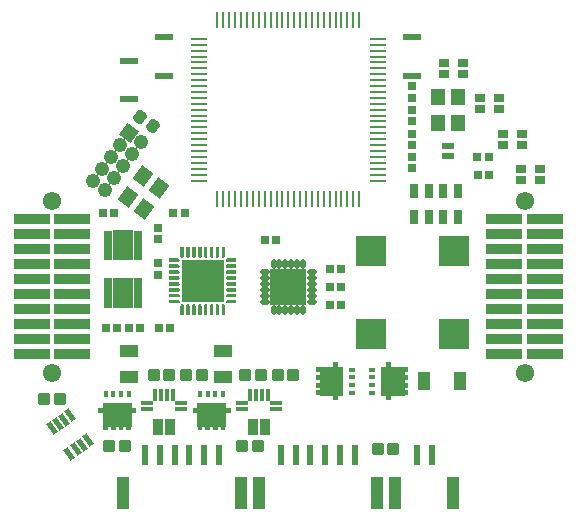
<source format=gts>
G04*
G04 #@! TF.GenerationSoftware,Altium Limited,Altium Designer,24.4.1 (13)*
G04*
G04 Layer_Color=8388736*
%FSLAX44Y44*%
%MOMM*%
G71*
G04*
G04 #@! TF.SameCoordinates,36E66750-E4A1-4D4F-82B0-1BBA9B0B1F2C*
G04*
G04*
G04 #@! TF.FilePolarity,Negative*
G04*
G01*
G75*
%ADD18C,0.2736*%
%ADD24R,0.6725X0.7154*%
%ADD25R,0.6000X1.7000*%
%ADD26R,1.0000X2.7000*%
%ADD28R,0.7154X0.6725*%
%ADD29R,1.5000X0.5500*%
%ADD30R,0.3500X0.5000*%
%ADD31R,1.0000X1.6000*%
%ADD34R,0.5000X0.3500*%
%ADD36R,1.2000X1.4000*%
%ADD38R,1.1400X0.5750*%
G04:AMPARAMS|DCode=39|XSize=0.2125mm|YSize=1.3552mm|CornerRadius=0.1062mm|HoleSize=0mm|Usage=FLASHONLY|Rotation=180.000|XOffset=0mm|YOffset=0mm|HoleType=Round|Shape=RoundedRectangle|*
%AMROUNDEDRECTD39*
21,1,0.2125,1.1428,0,0,180.0*
21,1,0.0000,1.3552,0,0,180.0*
1,1,0.2125,0.0000,0.5714*
1,1,0.2125,0.0000,0.5714*
1,1,0.2125,0.0000,-0.5714*
1,1,0.2125,0.0000,-0.5714*
%
%ADD39ROUNDEDRECTD39*%
G04:AMPARAMS|DCode=40|XSize=1.3552mm|YSize=0.2125mm|CornerRadius=0.1062mm|HoleSize=0mm|Usage=FLASHONLY|Rotation=180.000|XOffset=0mm|YOffset=0mm|HoleType=Round|Shape=RoundedRectangle|*
%AMROUNDEDRECTD40*
21,1,1.3552,0.0000,0,0,180.0*
21,1,1.1428,0.2125,0,0,180.0*
1,1,0.2125,-0.5714,0.0000*
1,1,0.2125,0.5714,0.0000*
1,1,0.2125,0.5714,0.0000*
1,1,0.2125,-0.5714,0.0000*
%
%ADD40ROUNDEDRECTD40*%
%ADD41R,1.3552X0.2125*%
G04:AMPARAMS|DCode=43|XSize=1.1mm|YSize=0.45mm|CornerRadius=0mm|HoleSize=0mm|Usage=FLASHONLY|Rotation=125.000|XOffset=0mm|YOffset=0mm|HoleType=Round|Shape=Rectangle|*
%AMROTATEDRECTD43*
4,1,4,0.4998,-0.3215,0.1312,-0.5796,-0.4998,0.3215,-0.1312,0.5796,0.4998,-0.3215,0.0*
%
%ADD43ROTATEDRECTD43*%

%ADD46R,1.5000X1.0000*%
G04:AMPARAMS|DCode=47|XSize=1.4mm|YSize=1.2mm|CornerRadius=0mm|HoleSize=0mm|Usage=FLASHONLY|Rotation=233.000|XOffset=0mm|YOffset=0mm|HoleType=Round|Shape=Rectangle|*
%AMROTATEDRECTD47*
4,1,4,-0.0579,0.9201,0.9005,0.1979,0.0579,-0.9201,-0.9005,-0.1979,-0.0579,0.9201,0.0*
%
%ADD47ROTATEDRECTD47*%

%ADD51R,3.6000X3.6000*%
%ADD52R,0.7000X0.5000*%
%ADD53R,1.7700X2.5500*%
%ADD54R,3.0900X3.0900*%
%ADD55O,0.8000X0.5000*%
%ADD56O,0.5000X0.8000*%
%ADD57R,3.0700X0.8900*%
%ADD58R,0.7500X1.2500*%
%ADD59R,0.8000X0.8000*%
G04:AMPARAMS|DCode=60|XSize=1.1mm|YSize=0.95mm|CornerRadius=0.175mm|HoleSize=0mm|Usage=FLASHONLY|Rotation=90.000|XOffset=0mm|YOffset=0mm|HoleType=Round|Shape=RoundedRectangle|*
%AMROUNDEDRECTD60*
21,1,1.1000,0.6000,0,0,90.0*
21,1,0.7500,0.9500,0,0,90.0*
1,1,0.3500,0.3000,0.3750*
1,1,0.3500,0.3000,-0.3750*
1,1,0.3500,-0.3000,-0.3750*
1,1,0.3500,-0.3000,0.3750*
%
%ADD60ROUNDEDRECTD60*%
G04:AMPARAMS|DCode=61|XSize=1.1mm|YSize=0.95mm|CornerRadius=0.175mm|HoleSize=0mm|Usage=FLASHONLY|Rotation=233.000|XOffset=0mm|YOffset=0mm|HoleType=Round|Shape=RoundedRectangle|*
%AMROUNDEDRECTD61*
21,1,1.1000,0.6000,0,0,233.0*
21,1,0.7500,0.9500,0,0,233.0*
1,1,0.3500,-0.4653,-0.1189*
1,1,0.3500,-0.0139,0.4800*
1,1,0.3500,0.4653,0.1189*
1,1,0.3500,0.0139,-0.4800*
%
%ADD61ROUNDEDRECTD61*%
%ADD62R,2.6500X2.6500*%
%ADD63R,1.0000X0.4500*%
%ADD64R,0.4500X1.0000*%
%ADD65R,0.9500X0.6500*%
%ADD66R,0.9500X1.4500*%
%ADD67R,0.9500X1.4500*%
%ADD68C,1.5500*%
%ADD69C,1.2100*%
%ADD70P,1.7112X4X98.0*%
%ADD71C,0.5000*%
%ADD72C,0.6500*%
G36*
X-53480Y26130D02*
Y25828D01*
X-53711Y25269D01*
X-54139Y24841D01*
X-54698Y24610D01*
X-55302D01*
X-55861Y24841D01*
X-56289Y25269D01*
X-56520Y25828D01*
Y26130D01*
X-56520D01*
Y33500D01*
X-53480D01*
Y26130D01*
D02*
G37*
G36*
X-58480D02*
Y25828D01*
X-58711Y25269D01*
X-59139Y24841D01*
X-59698Y24610D01*
X-60302D01*
X-60861Y24841D01*
X-61289Y25269D01*
X-61520Y25828D01*
Y26130D01*
Y33500D01*
X-58480D01*
Y26130D01*
D02*
G37*
G36*
X-63480D02*
Y25828D01*
X-63711Y25269D01*
X-64139Y24841D01*
X-64698Y24610D01*
X-65302D01*
X-65861Y24841D01*
X-66289Y25269D01*
X-66520Y25828D01*
Y26130D01*
Y33500D01*
X-63480D01*
X-63480Y26130D01*
D02*
G37*
G36*
X-68480D02*
Y25828D01*
X-68711Y25269D01*
X-69139Y24841D01*
X-69698Y24610D01*
X-70302D01*
X-70861Y24841D01*
X-71289Y25269D01*
X-71520Y25828D01*
Y26130D01*
X-71520D01*
Y33500D01*
X-68480D01*
Y26130D01*
D02*
G37*
G36*
X-73480D02*
Y25828D01*
X-73711Y25269D01*
X-74139Y24841D01*
X-74698Y24610D01*
X-75302D01*
X-75861Y24841D01*
X-76289Y25269D01*
X-76520Y25828D01*
Y26130D01*
Y33500D01*
X-73480D01*
X-73480Y26130D01*
D02*
G37*
G36*
X-78480D02*
Y25828D01*
X-78711Y25269D01*
X-79139Y24841D01*
X-79698Y24610D01*
X-80302D01*
X-80861Y24841D01*
X-81289Y25269D01*
X-81520Y25828D01*
Y26130D01*
X-81520D01*
Y33500D01*
X-78480D01*
Y26130D01*
D02*
G37*
G36*
X-83480D02*
Y25828D01*
X-83711Y25269D01*
X-84139Y24841D01*
X-84698Y24610D01*
X-85302D01*
X-85861Y24841D01*
X-86289Y25269D01*
X-86520Y25828D01*
Y26130D01*
Y33500D01*
X-83480D01*
Y26130D01*
D02*
G37*
G36*
X-88480D02*
Y25828D01*
X-88711Y25269D01*
X-89139Y24841D01*
X-89698Y24610D01*
X-90302D01*
X-90861Y24841D01*
X-91289Y25269D01*
X-91520Y25828D01*
Y26130D01*
Y33500D01*
X-88480D01*
X-88480Y26130D01*
D02*
G37*
G36*
X-44000Y20980D02*
X-51370Y20980D01*
X-51672D01*
X-52231Y21211D01*
X-52659Y21639D01*
X-52890Y22198D01*
Y22500D01*
Y22802D01*
X-52659Y23361D01*
X-52231Y23789D01*
X-51672Y24020D01*
X-44000D01*
Y20980D01*
D02*
G37*
G36*
X-92769Y23789D02*
X-92341Y23361D01*
X-92110Y22802D01*
Y22500D01*
Y22198D01*
X-92341Y21639D01*
X-92769Y21211D01*
X-93328Y20980D01*
X-93630D01*
Y20980D01*
X-101000D01*
Y24020D01*
X-93328D01*
X-92769Y23789D01*
D02*
G37*
G36*
X-44000Y15980D02*
X-51672D01*
X-52231Y16211D01*
X-52659Y16639D01*
X-52890Y17198D01*
Y17500D01*
Y17802D01*
X-52659Y18361D01*
X-52231Y18789D01*
X-51672Y19020D01*
X-44000D01*
Y15980D01*
D02*
G37*
G36*
X-92769Y18789D02*
X-92341Y18361D01*
X-92110Y17802D01*
Y17500D01*
Y17198D01*
X-92341Y16639D01*
X-92769Y16211D01*
X-93328Y15980D01*
X-101000D01*
Y19020D01*
X-93328D01*
X-92769Y18789D01*
D02*
G37*
G36*
X-51370Y14020D02*
X-44000D01*
Y10980D01*
X-51672D01*
X-52231Y11211D01*
X-52659Y11639D01*
X-52890Y12198D01*
Y12500D01*
Y12802D01*
X-52659Y13361D01*
X-52231Y13789D01*
X-51672Y14020D01*
X-51370D01*
Y14020D01*
D02*
G37*
G36*
X-92769Y13789D02*
X-92341Y13361D01*
X-92110Y12802D01*
Y12500D01*
Y12198D01*
X-92341Y11639D01*
X-92769Y11211D01*
X-93328Y10980D01*
X-101000D01*
Y14020D01*
X-93630Y14020D01*
X-93328D01*
X-92769Y13789D01*
D02*
G37*
G36*
X-44000Y5980D02*
X-51370Y5980D01*
X-51672D01*
X-52231Y6211D01*
X-52659Y6639D01*
X-52890Y7198D01*
Y7500D01*
Y7802D01*
X-52659Y8361D01*
X-52231Y8789D01*
X-51672Y9020D01*
X-44000D01*
Y5980D01*
D02*
G37*
G36*
X-92769Y8789D02*
X-92341Y8361D01*
X-92110Y7802D01*
Y7500D01*
Y7198D01*
X-92341Y6639D01*
X-92769Y6211D01*
X-93328Y5980D01*
X-93630D01*
Y5980D01*
X-101000D01*
Y9020D01*
X-93328D01*
X-92769Y8789D01*
D02*
G37*
G36*
X-51370Y4020D02*
X-44000D01*
Y980D01*
X-51672D01*
X-52231Y1211D01*
X-52659Y1639D01*
X-52890Y2198D01*
Y2500D01*
Y2802D01*
X-52659Y3361D01*
X-52231Y3789D01*
X-51672Y4020D01*
X-51370D01*
Y4020D01*
D02*
G37*
G36*
X-92769Y3789D02*
X-92341Y3361D01*
X-92110Y2802D01*
Y2500D01*
Y2198D01*
X-92341Y1639D01*
X-92769Y1211D01*
X-93328Y980D01*
X-101000D01*
Y4020D01*
X-93630Y4020D01*
X-93328D01*
X-92769Y3789D01*
D02*
G37*
G36*
X-44000Y-4020D02*
X-51370Y-4020D01*
X-51672D01*
X-52231Y-3789D01*
X-52659Y-3361D01*
X-52890Y-2802D01*
Y-2500D01*
Y-2198D01*
X-52659Y-1639D01*
X-52231Y-1211D01*
X-51672Y-980D01*
X-44000D01*
Y-4020D01*
D02*
G37*
G36*
X-92769Y-1211D02*
X-92341Y-1639D01*
X-92110Y-2198D01*
Y-2500D01*
Y-2802D01*
X-92341Y-3361D01*
X-92769Y-3789D01*
X-93328Y-4020D01*
X-93630D01*
Y-4020D01*
X-101000D01*
Y-980D01*
X-93328D01*
X-92769Y-1211D01*
D02*
G37*
G36*
X-44000Y-9020D02*
X-51672D01*
X-52231Y-8789D01*
X-52659Y-8361D01*
X-52890Y-7802D01*
Y-7500D01*
Y-7198D01*
X-52659Y-6639D01*
X-52231Y-6211D01*
X-51672Y-5980D01*
X-44000D01*
Y-9020D01*
D02*
G37*
G36*
X-92769Y-6211D02*
X-92341Y-6639D01*
X-92110Y-7198D01*
Y-7500D01*
Y-7802D01*
X-92341Y-8361D01*
X-92769Y-8789D01*
X-93328Y-9020D01*
X-101000D01*
Y-5980D01*
X-93328D01*
X-92769Y-6211D01*
D02*
G37*
G36*
X-51370Y-10980D02*
X-44000D01*
Y-14020D01*
X-51672D01*
X-52231Y-13789D01*
X-52659Y-13361D01*
X-52890Y-12802D01*
Y-12500D01*
Y-12198D01*
X-52659Y-11639D01*
X-52231Y-11211D01*
X-51672Y-10980D01*
X-51370D01*
Y-10980D01*
D02*
G37*
G36*
X-92769Y-11211D02*
X-92341Y-11639D01*
X-92110Y-12198D01*
Y-12500D01*
Y-12802D01*
X-92341Y-13361D01*
X-92769Y-13789D01*
X-93328Y-14020D01*
X-101000D01*
Y-10980D01*
X-93630Y-10980D01*
X-93328D01*
X-92769Y-11211D01*
D02*
G37*
G36*
X-54139Y-14841D02*
X-53711Y-15269D01*
X-53480Y-15828D01*
Y-16130D01*
Y-23500D01*
X-56520D01*
X-56520Y-16130D01*
Y-15828D01*
X-56289Y-15269D01*
X-55861Y-14841D01*
X-55302Y-14610D01*
X-54698D01*
X-54139Y-14841D01*
D02*
G37*
G36*
X-59139D02*
X-58711Y-15269D01*
X-58480Y-15828D01*
Y-16130D01*
Y-23500D01*
X-61520D01*
Y-16130D01*
Y-15828D01*
X-61289Y-15269D01*
X-60861Y-14841D01*
X-60302Y-14610D01*
X-59698D01*
X-59139Y-14841D01*
D02*
G37*
G36*
X-64139D02*
X-63711Y-15269D01*
X-63480Y-15828D01*
Y-16130D01*
X-63480D01*
Y-23500D01*
X-66520D01*
Y-16130D01*
Y-15828D01*
X-66289Y-15269D01*
X-65861Y-14841D01*
X-65302Y-14610D01*
X-64698D01*
X-64139Y-14841D01*
D02*
G37*
G36*
X-69139D02*
X-68711Y-15269D01*
X-68480Y-15828D01*
Y-16130D01*
Y-23500D01*
X-71520D01*
X-71520Y-16130D01*
Y-15828D01*
X-71289Y-15269D01*
X-70861Y-14841D01*
X-70302Y-14610D01*
X-69698D01*
X-69139Y-14841D01*
D02*
G37*
G36*
X-74139D02*
X-73711Y-15269D01*
X-73480Y-15828D01*
Y-16130D01*
X-73480D01*
Y-23500D01*
X-76520D01*
Y-16130D01*
Y-15828D01*
X-76289Y-15269D01*
X-75861Y-14841D01*
X-75302Y-14610D01*
X-74698D01*
X-74139Y-14841D01*
D02*
G37*
G36*
X-79139D02*
X-78711Y-15269D01*
X-78480Y-15828D01*
Y-16130D01*
Y-23500D01*
X-81520D01*
X-81520Y-16130D01*
Y-15828D01*
X-81289Y-15269D01*
X-80861Y-14841D01*
X-80302Y-14610D01*
X-79698D01*
X-79139Y-14841D01*
D02*
G37*
G36*
X-84139D02*
X-83711Y-15269D01*
X-83480Y-15828D01*
Y-16130D01*
Y-23500D01*
X-86520D01*
Y-16130D01*
Y-15828D01*
X-86289Y-15269D01*
X-85861Y-14841D01*
X-85302Y-14610D01*
X-84698D01*
X-84139Y-14841D01*
D02*
G37*
G36*
X-89139D02*
X-88711Y-15269D01*
X-88480Y-15828D01*
Y-16130D01*
X-88480D01*
Y-23500D01*
X-91520D01*
Y-16130D01*
Y-15828D01*
X-91289Y-15269D01*
X-90861Y-14841D01*
X-90302Y-14610D01*
X-89698D01*
X-89139Y-14841D01*
D02*
G37*
G36*
X87050Y-67750D02*
X98400D01*
Y-68250D01*
X101400D01*
Y-72250D01*
X98400D01*
Y-74750D01*
X101400D01*
Y-78750D01*
X98400D01*
Y-81250D01*
X101400D01*
Y-85250D01*
X98400D01*
Y-87750D01*
X101400D01*
Y-91750D01*
X98400D01*
Y-92250D01*
X87050D01*
Y-96050D01*
X82750D01*
Y-92250D01*
X78600D01*
Y-67750D01*
X82750D01*
Y-63950D01*
X87050D01*
Y-67750D01*
D02*
G37*
G36*
X42250D02*
X46400D01*
Y-92250D01*
X42250D01*
Y-96050D01*
X37950D01*
Y-92250D01*
X26600D01*
Y-91750D01*
X23600D01*
Y-87750D01*
X26600D01*
Y-85250D01*
X23600D01*
Y-81250D01*
X26600D01*
Y-78750D01*
X23600D01*
Y-74750D01*
X26600D01*
Y-72250D01*
X23600D01*
Y-68250D01*
X26600D01*
Y-67750D01*
X37950D01*
Y-63950D01*
X42250D01*
Y-67750D01*
D02*
G37*
G36*
X-52750Y-102750D02*
X-48950D01*
Y-107050D01*
X-52750D01*
Y-118400D01*
X-53250D01*
Y-121400D01*
X-57250D01*
Y-118400D01*
X-59750D01*
Y-121400D01*
X-63750D01*
Y-118400D01*
X-66250D01*
Y-121400D01*
X-70250D01*
Y-118400D01*
X-72750D01*
Y-121400D01*
X-76750D01*
Y-118400D01*
X-77250D01*
Y-107050D01*
X-81050D01*
Y-102750D01*
X-77250D01*
Y-98600D01*
X-52750D01*
Y-102750D01*
D02*
G37*
G36*
X-132750D02*
X-128950D01*
Y-107050D01*
X-132750D01*
Y-118400D01*
X-133250D01*
Y-121400D01*
X-137250D01*
Y-118400D01*
X-139750D01*
Y-121400D01*
X-143750D01*
Y-118400D01*
X-146250D01*
Y-121400D01*
X-150250D01*
Y-118400D01*
X-152750D01*
Y-121400D01*
X-156750D01*
Y-118400D01*
X-157250D01*
Y-107050D01*
X-161050D01*
Y-102750D01*
X-157250D01*
Y-98600D01*
X-132750D01*
Y-102750D01*
D02*
G37*
D18*
X-48288Y-12500D02*
D03*
X-48445Y-7500D02*
D03*
Y-2500D02*
D03*
Y2500D02*
D03*
X-45520Y7500D02*
D03*
X-48445Y12500D02*
D03*
Y17500D02*
D03*
Y22500D02*
D03*
X-96712D02*
D03*
X-96555Y17500D02*
D03*
Y12500D02*
D03*
Y7500D02*
D03*
X-96712Y2500D02*
D03*
X-96555Y-2500D02*
D03*
Y-7500D02*
D03*
Y-12500D02*
D03*
X-55000Y29212D02*
D03*
X-60000Y29055D02*
D03*
X-65000D02*
D03*
X-70000D02*
D03*
X-75000Y31980D02*
D03*
X-80000Y29055D02*
D03*
X-85000D02*
D03*
X-90000D02*
D03*
Y-19212D02*
D03*
X-85000Y-19055D02*
D03*
X-80000D02*
D03*
X-75000D02*
D03*
X-70000Y-19212D02*
D03*
X-65000Y-19055D02*
D03*
X-60000D02*
D03*
X-55000D02*
D03*
D24*
X-110000Y19786D02*
D03*
Y10214D02*
D03*
X105000Y140214D02*
D03*
Y149786D02*
D03*
Y169786D02*
D03*
Y160214D02*
D03*
Y129786D02*
D03*
Y120214D02*
D03*
Y100214D02*
D03*
Y109786D02*
D03*
X-110000Y49786D02*
D03*
Y40214D02*
D03*
D25*
X56250Y-142250D02*
D03*
X43750D02*
D03*
X31250D02*
D03*
X18750D02*
D03*
X6250D02*
D03*
X-6250D02*
D03*
X-58750D02*
D03*
X-71250D02*
D03*
X-83750D02*
D03*
X-96250D02*
D03*
X-108750D02*
D03*
X-121250D02*
D03*
X108750D02*
D03*
X121250D02*
D03*
D26*
X74750Y-174250D02*
D03*
X-24750D02*
D03*
X-40250D02*
D03*
X-139750D02*
D03*
X90250D02*
D03*
X139750D02*
D03*
D28*
X-147714Y62500D02*
D03*
X-157286D02*
D03*
X-145214Y-35000D02*
D03*
X-154786D02*
D03*
X-97286Y62500D02*
D03*
X-87714D02*
D03*
X35214Y-15000D02*
D03*
X44786D02*
D03*
X-19786Y40000D02*
D03*
X-10214D02*
D03*
X35214Y15000D02*
D03*
X44786D02*
D03*
X35214Y0D02*
D03*
X44786D02*
D03*
X160214Y95000D02*
D03*
X169786D02*
D03*
X-134786Y-35000D02*
D03*
X-125214D02*
D03*
X-100214D02*
D03*
X-109786D02*
D03*
D29*
X-105000Y211250D02*
D03*
Y178750D02*
D03*
X-135000Y191250D02*
D03*
Y158750D02*
D03*
X105000Y178750D02*
D03*
Y211250D02*
D03*
D30*
X-154750Y-90900D02*
D03*
X-148250D02*
D03*
X-141750D02*
D03*
X-135250D02*
D03*
X-74750D02*
D03*
X-68250D02*
D03*
X-61750D02*
D03*
X-55250D02*
D03*
D31*
X115000Y-80000D02*
D03*
X145000D02*
D03*
D34*
X54100Y-70250D02*
D03*
Y-76750D02*
D03*
Y-83250D02*
D03*
Y-89750D02*
D03*
X70900D02*
D03*
Y-83250D02*
D03*
Y-76750D02*
D03*
Y-70250D02*
D03*
D36*
X143500Y161000D02*
D03*
Y139000D02*
D03*
X126500D02*
D03*
Y161000D02*
D03*
D38*
X135000Y119125D02*
D03*
Y110875D02*
D03*
D39*
X60000Y74245D02*
D03*
X55000D02*
D03*
X50000D02*
D03*
X45000D02*
D03*
X40000D02*
D03*
X35000D02*
D03*
X30000D02*
D03*
X25000D02*
D03*
X20000D02*
D03*
X15000D02*
D03*
X10000D02*
D03*
X5000D02*
D03*
X0D02*
D03*
X-5000D02*
D03*
X-10000D02*
D03*
X-15000D02*
D03*
X-20000D02*
D03*
X-25000D02*
D03*
X-30000D02*
D03*
X-35000D02*
D03*
X-40000D02*
D03*
X-45000D02*
D03*
X-50000D02*
D03*
X-55000D02*
D03*
X-60000D02*
D03*
Y225755D02*
D03*
X-55000D02*
D03*
X-50000D02*
D03*
X-45000D02*
D03*
X-40000D02*
D03*
X-35000D02*
D03*
X-30000D02*
D03*
X-25000D02*
D03*
X-20000D02*
D03*
X-15000D02*
D03*
X-10000D02*
D03*
X-5000D02*
D03*
X0D02*
D03*
X5000D02*
D03*
X10000D02*
D03*
X15000D02*
D03*
X20000D02*
D03*
X25000D02*
D03*
X30000D02*
D03*
X35000D02*
D03*
X40000D02*
D03*
X45000D02*
D03*
X50000D02*
D03*
X55000D02*
D03*
X60000D02*
D03*
D40*
X-75755Y90000D02*
D03*
Y95000D02*
D03*
Y100000D02*
D03*
Y105000D02*
D03*
Y110000D02*
D03*
Y115000D02*
D03*
Y120000D02*
D03*
Y125000D02*
D03*
Y130000D02*
D03*
Y135000D02*
D03*
Y140000D02*
D03*
Y145000D02*
D03*
Y150000D02*
D03*
Y155000D02*
D03*
Y160000D02*
D03*
Y165000D02*
D03*
Y170000D02*
D03*
Y175000D02*
D03*
Y180000D02*
D03*
Y185000D02*
D03*
Y190000D02*
D03*
Y195000D02*
D03*
Y200000D02*
D03*
Y205000D02*
D03*
Y210000D02*
D03*
X75755D02*
D03*
Y205000D02*
D03*
Y200000D02*
D03*
Y195000D02*
D03*
Y190000D02*
D03*
Y185000D02*
D03*
Y180000D02*
D03*
Y175000D02*
D03*
Y170000D02*
D03*
Y165000D02*
D03*
Y160000D02*
D03*
Y155000D02*
D03*
Y150000D02*
D03*
Y145000D02*
D03*
Y140000D02*
D03*
Y135000D02*
D03*
Y130000D02*
D03*
Y125000D02*
D03*
Y120000D02*
D03*
Y115000D02*
D03*
Y110000D02*
D03*
Y105000D02*
D03*
Y100000D02*
D03*
Y95000D02*
D03*
D41*
Y90000D02*
D03*
D43*
X-200443Y-119943D02*
D03*
X-195119Y-116215D02*
D03*
X-189794Y-112487D02*
D03*
X-184470Y-108759D02*
D03*
X-169557Y-130057D02*
D03*
X-174881Y-133785D02*
D03*
X-180206Y-137513D02*
D03*
X-185530Y-141241D02*
D03*
D46*
X-135000Y-76000D02*
D03*
Y-54000D02*
D03*
X-55000Y-76000D02*
D03*
Y-54000D02*
D03*
D47*
X-109092Y83670D02*
D03*
X-122332Y66100D02*
D03*
X-135908Y76330D02*
D03*
X-122669Y93900D02*
D03*
D51*
X-72500Y5000D02*
D03*
D52*
X-152850Y45000D02*
D03*
Y40000D02*
D03*
Y35000D02*
D03*
Y30000D02*
D03*
Y25000D02*
D03*
X-127150Y45000D02*
D03*
Y40000D02*
D03*
Y35000D02*
D03*
Y30000D02*
D03*
Y25000D02*
D03*
X-152850Y5000D02*
D03*
Y0D02*
D03*
Y-5000D02*
D03*
Y-10000D02*
D03*
Y-15000D02*
D03*
X-127150Y5000D02*
D03*
Y0D02*
D03*
Y-5000D02*
D03*
Y-10000D02*
D03*
Y-15000D02*
D03*
D53*
X-140000Y35000D02*
D03*
Y-5000D02*
D03*
D54*
X0Y0D02*
D03*
D55*
X-19750Y-12500D02*
D03*
Y-7500D02*
D03*
Y-2500D02*
D03*
Y2500D02*
D03*
Y7500D02*
D03*
Y12500D02*
D03*
X19750D02*
D03*
Y7500D02*
D03*
Y2500D02*
D03*
Y-2500D02*
D03*
Y-7500D02*
D03*
Y-12500D02*
D03*
D56*
X-12500Y19750D02*
D03*
X-7500D02*
D03*
X-2500D02*
D03*
X2500D02*
D03*
X7500D02*
D03*
X12500D02*
D03*
Y-19750D02*
D03*
X7500D02*
D03*
X2500D02*
D03*
X-2500D02*
D03*
X-7500D02*
D03*
X-12500D02*
D03*
D57*
X217150Y-57150D02*
D03*
X182850D02*
D03*
X217150Y-44450D02*
D03*
X182850D02*
D03*
X217150Y-31750D02*
D03*
X182850D02*
D03*
X217150Y-19050D02*
D03*
X182850D02*
D03*
X217150Y-6350D02*
D03*
X182850D02*
D03*
X217150Y6350D02*
D03*
X182850D02*
D03*
X217150Y19050D02*
D03*
X182850D02*
D03*
X217150Y31750D02*
D03*
X182850D02*
D03*
X217150Y44450D02*
D03*
X182850D02*
D03*
X217150Y57150D02*
D03*
X182850D02*
D03*
X-182850Y-57150D02*
D03*
X-217150D02*
D03*
X-182850Y-44450D02*
D03*
X-217150D02*
D03*
X-182850Y-31750D02*
D03*
X-217150D02*
D03*
X-182850Y-19050D02*
D03*
X-217150D02*
D03*
X-182850Y-6350D02*
D03*
X-217150D02*
D03*
X-182850Y6350D02*
D03*
X-217150D02*
D03*
X-182850Y19050D02*
D03*
X-217150D02*
D03*
X-182850Y31750D02*
D03*
X-217150D02*
D03*
X-182850Y44450D02*
D03*
X-217150D02*
D03*
X-182850Y57150D02*
D03*
X-217150D02*
D03*
D58*
X143750Y81000D02*
D03*
Y59000D02*
D03*
X131250D02*
D03*
Y81000D02*
D03*
X118750D02*
D03*
Y59000D02*
D03*
X106250Y81000D02*
D03*
Y59000D02*
D03*
D59*
X170000Y110000D02*
D03*
X160000D02*
D03*
D60*
X89000Y-137500D02*
D03*
X76000D02*
D03*
X-206500Y-95000D02*
D03*
X-193500D02*
D03*
X-138500Y-135000D02*
D03*
X-151500D02*
D03*
X-101000Y-75000D02*
D03*
X-114000D02*
D03*
X-86500D02*
D03*
X-73500D02*
D03*
X-26000Y-135000D02*
D03*
X-39000D02*
D03*
X-23500Y-75000D02*
D03*
X-36500D02*
D03*
X-9000D02*
D03*
X4000D02*
D03*
D61*
X-125191Y143912D02*
D03*
X-114809Y136088D02*
D03*
D62*
X70000Y30000D02*
D03*
X140000D02*
D03*
Y-40000D02*
D03*
X70000D02*
D03*
D63*
X-90500Y-103520D02*
D03*
Y-98520D02*
D03*
X-119500Y-103520D02*
D03*
Y-98520D02*
D03*
X-10500Y-103520D02*
D03*
Y-98520D02*
D03*
X-39500Y-103520D02*
D03*
Y-98520D02*
D03*
D64*
X-112500Y-91520D02*
D03*
X-107500D02*
D03*
X-102500D02*
D03*
X-97500D02*
D03*
X-32500D02*
D03*
X-27500D02*
D03*
X-22500D02*
D03*
X-17500D02*
D03*
D65*
X197000Y99500D02*
D03*
X213000D02*
D03*
X197000Y90500D02*
D03*
X213000D02*
D03*
X182000Y129500D02*
D03*
X198000D02*
D03*
X182000Y120500D02*
D03*
X198000D02*
D03*
X132000Y189500D02*
D03*
X148000D02*
D03*
X132000Y180500D02*
D03*
X148000D02*
D03*
X162000Y159500D02*
D03*
X178000D02*
D03*
X162000Y150500D02*
D03*
X178000D02*
D03*
D66*
X-110000Y-118520D02*
D03*
X-20000D02*
D03*
D67*
X-100000D02*
D03*
X-30000D02*
D03*
D68*
X200000Y-73050D02*
D03*
Y73050D02*
D03*
X-200000Y-73050D02*
D03*
Y73050D02*
D03*
X200000Y-73050D02*
D03*
Y73050D02*
D03*
X-200000Y-73050D02*
D03*
Y73050D02*
D03*
D69*
X-155143Y82072D02*
D03*
X-165286Y89715D02*
D03*
X-147500Y92214D02*
D03*
X-157643Y99857D02*
D03*
X-139857Y102357D02*
D03*
X-150000Y110000D02*
D03*
X-132214Y112500D02*
D03*
X-142357Y120143D02*
D03*
X-124571Y122642D02*
D03*
D70*
X-134714Y130285D02*
D03*
D71*
X-72500Y-9000D02*
D03*
Y-2000D02*
D03*
Y12000D02*
D03*
Y19000D02*
D03*
X-58500Y5000D02*
D03*
X-65500D02*
D03*
X-72500D02*
D03*
X-79500D02*
D03*
X-86500D02*
D03*
D72*
X0Y0D02*
D03*
M02*

</source>
